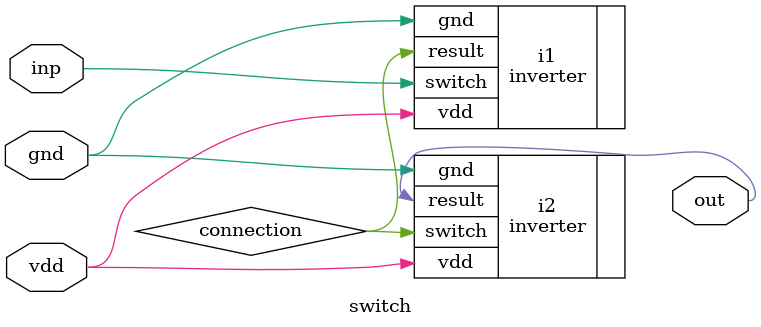
<source format=v>

/**
 * Iesus Hominum Salvator <3
 */

module switch(input inp, output out, input vdd, inout gnd);

    wire connection;

    inverter i1(.switch(inp), .result(connection), .vdd(vdd), .gnd(gnd));
    inverter i2(.switch(connection), .result(out), .vdd(vdd), .gnd(gnd));

endmodule



</source>
